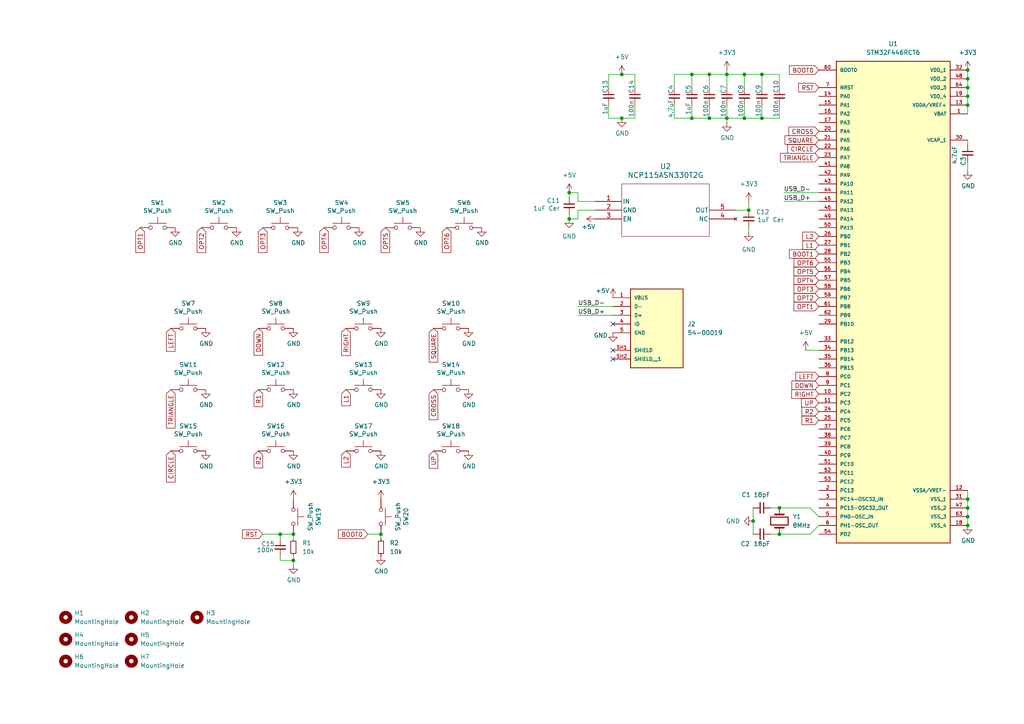
<source format=kicad_sch>
(kicad_sch (version 20231120) (generator "eeschema") (generator_version "8.0")
  (paper "A4")
  (lib_symbols
    (symbol "2024-03-21_18-42-43:NCP115ASN330T2G" (pin_names (offset 0.254))
      (property "Reference" "U" (at 20.32 10.16 0))
      (property "Value" "NCP115ASN330T2G" (at 20.32 7.62 0))
      (symbol "NCP115ASN330T2G_0_1"
        (polyline (pts (xy 7.62 -10.16) (xy 33.02 -10.16)) (stroke (width 0.127)))
        (polyline (pts (xy 7.62 5.08) (xy 7.62 -10.16)) (stroke (width 0.127)))
        (polyline (pts (xy 33.02 -10.16) (xy 33.02 5.08)) (stroke (width 0.127)))
        (polyline (pts (xy 33.02 5.08) (xy 7.62 5.08)) (stroke (width 0.127)))
        (pin input line (at 0 0 0) (length 7.62) (name "IN") (number "1"))
        (pin power_out line (at 0 -2.54 0) (length 7.62) (name "GND") (number "2"))
        (pin unspecified line (at 0 -5.08 0) (length 7.62) (name "EN") (number "3"))
        (pin no_connect line (at 40.64 -5.08 180) (length 7.62) (name "NC") (number "4"))
        (pin output line (at 40.64 -2.54 180) (length 7.62) (name "OUT") (number "5"))
      )
    )
    (symbol "54-00019:54-00019" (pin_names (offset 1.016))
      (property "Reference" "J" (at -7.62 10.922 0))
      (property "Value" "54-00019" (at -7.62 -15.24 0))
      (symbol "54-00019_0_0"
        (rectangle (start -7.62 -12.7) (end 7.62 10.16) (stroke (width 0.254)) (fill (type background)))
        (pin power_in line (at -12.7 7.62 0) (length 5.08) (name "VBUS") (number "1"))
        (pin bidirectional line (at -12.7 5.08 0) (length 5.08) (name "D-") (number "2"))
        (pin bidirectional line (at -12.7 2.54 0) (length 5.08) (name "D+") (number "3"))
        (pin bidirectional line (at -12.7 0 0) (length 5.08) (name "ID") (number "4"))
        (pin power_in line (at -12.7 -2.54 0) (length 5.08) (name "GND") (number "5"))
        (pin passive line (at -12.7 -7.62 0) (length 5.08) (name "SHIELD") (number "SH1"))
        (pin passive line (at -12.7 -10.16 0) (length 5.08) (name "SHIELD__1") (number "SH2"))
      )
    )
    (symbol "Device:C_Small" (pin_numbers hide) (pin_names (offset 0.254) hide)
      (property "Reference" "C" (at 0.254 1.778 0))
      (property "Value" "C_Small" (at 0.254 -2.032 0))
      (symbol "C_Small_0_1"
        (polyline (pts (xy -1.524 -0.508) (xy 1.524 -0.508)) (stroke (width 0.3302)))
        (polyline (pts (xy -1.524 0.508) (xy 1.524 0.508)) (stroke (width 0.3048)))
      )
      (symbol "C_Small_1_1"
        (pin passive line (at 0 2.54 270) (length 2.032) (name "~") (number "1"))
        (pin passive line (at 0 -2.54 90) (length 2.032) (name "~") (number "2"))
      )
    )
    (symbol "Device:Crystal" (pin_numbers hide) (pin_names (offset 1.016) hide)
      (property "Reference" "Y" (at 0 3.81 0))
      (property "Value" "Crystal" (at 0 -3.81 0))
      (symbol "Crystal_0_1"
        (rectangle (start -1.143 2.54) (end 1.143 -2.54) (stroke (width 0.3048)))
        (polyline (pts (xy -2.54 0) (xy -1.905 0)))
        (polyline (pts (xy -1.905 -1.27) (xy -1.905 1.27)) (stroke (width 0.508)))
        (polyline (pts (xy 1.905 -1.27) (xy 1.905 1.27)) (stroke (width 0.508)))
        (polyline (pts (xy 2.54 0) (xy 1.905 0)))
      )
      (symbol "Crystal_1_1"
        (pin passive line (at -3.81 0 0) (length 1.27) (name "1") (number "1"))
        (pin passive line (at 3.81 0 180) (length 1.27) (name "2") (number "2"))
      )
    )
    (symbol "Device:R_Small" (pin_numbers hide) (pin_names (offset 0.254) hide)
      (property "Reference" "R" (at 0.762 0.508 0))
      (property "Value" "R_Small" (at 0.762 -1.016 0))
      (symbol "R_Small_0_1"
        (rectangle (start -0.762 1.778) (end 0.762 -1.778) (stroke (width 0.2032)))
      )
      (symbol "R_Small_1_1"
        (pin passive line (at 0 2.54 270) (length 0.762) (name "~") (number "1"))
        (pin passive line (at 0 -2.54 90) (length 0.762) (name "~") (number "2"))
      )
    )
    (symbol "GND_1" (power) (pin_numbers hide) (pin_names (offset 0) hide)
      (property "Value" "GND" (at 0 -3.81 0))
      (symbol "GND_1_0_1"
        (polyline (pts (xy 0 0) (xy 0 -1.27) (xy 1.27 -1.27) (xy 0 -2.54) (xy -1.27 -1.27) (xy 0 -1.27)))
      )
      (symbol "GND_1_1_1"
        (pin power_in line (at 0 0 270) (length 0) (name "~") (number "1"))
      )
    )
    (symbol "GND_2" (power) (pin_numbers hide) (pin_names (offset 0) hide)
      (property "Value" "GND" (at 0 -3.81 0))
      (symbol "GND_2_0_1"
        (polyline (pts (xy 0 0) (xy 0 -1.27) (xy 1.27 -1.27) (xy 0 -2.54) (xy -1.27 -1.27) (xy 0 -1.27)))
      )
      (symbol "GND_2_1_1"
        (pin power_in line (at 0 0 270) (length 0) (name "~") (number "1"))
      )
    )
    (symbol "Mechanical:MountingHole" (pin_names (offset 1.016))
      (property "Reference" "H" (at 0 5.08 0))
      (property "Value" "MountingHole" (at 0 3.175 0))
      (symbol "MountingHole_0_1"
        (circle (center 0 0) (radius 1.27) (stroke (width 1.27)))
      )
    )
    (symbol "STM32F446RCT6:STM32F446RCT6" (pin_names (offset 1.016))
      (property "Reference" "U" (at -17.7819 66.8092 0))
      (property "Value" "STM32F446RCT6" (at -17.5528 -76.0621 0))
      (symbol "STM32F446RCT6_0_0"
        (rectangle (start -17.78 -73.66) (end 15.24 66.04) (stroke (width 0.254)) (fill (type background)))
        (pin power_in line (at 20.32 50.8 180) (length 5.08) (name "VBAT") (number "1"))
        (pin bidirectional line (at -22.86 -30.48 0) (length 5.08) (name "PC2") (number "10"))
        (pin bidirectional line (at -22.86 -33.02 0) (length 5.08) (name "PC3") (number "11"))
        (pin power_in line (at 20.32 -58.42 180) (length 5.08) (name "VSSA/VREF-") (number "12"))
        (pin power_in line (at 20.32 53.34 180) (length 5.08) (name "VDDA/VREF+") (number "13"))
        (pin bidirectional line (at -22.86 55.88 0) (length 5.08) (name "PA0") (number "14"))
        (pin bidirectional line (at -22.86 53.34 0) (length 5.08) (name "PA1") (number "15"))
        (pin bidirectional line (at -22.86 50.8 0) (length 5.08) (name "PA2") (number "16"))
        (pin bidirectional line (at -22.86 48.26 0) (length 5.08) (name "PA3") (number "17"))
        (pin power_in line (at 20.32 -68.58 180) (length 5.08) (name "VSS_4") (number "18"))
        (pin power_in line (at 20.32 55.88 180) (length 5.08) (name "VDD_4") (number "19"))
        (pin bidirectional line (at -22.86 -58.42 0) (length 5.08) (name "PC13") (number "2"))
        (pin bidirectional line (at -22.86 45.72 0) (length 5.08) (name "PA4") (number "20"))
        (pin bidirectional line (at -22.86 43.18 0) (length 5.08) (name "PA5") (number "21"))
        (pin bidirectional line (at -22.86 40.64 0) (length 5.08) (name "PA6") (number "22"))
        (pin bidirectional line (at -22.86 38.1 0) (length 5.08) (name "PA7") (number "23"))
        (pin bidirectional line (at -22.86 -35.56 0) (length 5.08) (name "PC4") (number "24"))
        (pin bidirectional line (at -22.86 -38.1 0) (length 5.08) (name "PC5") (number "25"))
        (pin bidirectional line (at -22.86 15.24 0) (length 5.08) (name "PB0") (number "26"))
        (pin bidirectional line (at -22.86 12.7 0) (length 5.08) (name "PB1") (number "27"))
        (pin bidirectional line (at -22.86 10.16 0) (length 5.08) (name "PB2") (number "28"))
        (pin bidirectional line (at -22.86 -10.16 0) (length 5.08) (name "PB10") (number "29"))
        (pin bidirectional line (at -22.86 -60.96 0) (length 5.08) (name "PC14-OSC32_IN") (number "3"))
        (pin power_in line (at 20.32 43.18 180) (length 5.08) (name "VCAP_1") (number "30"))
        (pin power_in line (at 20.32 -60.96 180) (length 5.08) (name "VSS_1") (number "31"))
        (pin power_in line (at 20.32 63.5 180) (length 5.08) (name "VDD_1") (number "32"))
        (pin bidirectional line (at -22.86 -15.24 0) (length 5.08) (name "PB12") (number "33"))
        (pin bidirectional line (at -22.86 -17.78 0) (length 5.08) (name "PB13") (number "34"))
        (pin bidirectional line (at -22.86 -20.32 0) (length 5.08) (name "PB14") (number "35"))
        (pin bidirectional line (at -22.86 -22.86 0) (length 5.08) (name "PB15") (number "36"))
        (pin bidirectional line (at -22.86 -40.64 0) (length 5.08) (name "PC6") (number "37"))
        (pin bidirectional line (at -22.86 -43.18 0) (length 5.08) (name "PC7") (number "38"))
        (pin bidirectional line (at -22.86 -45.72 0) (length 5.08) (name "PC8") (number "39"))
        (pin bidirectional line (at -22.86 -63.5 0) (length 5.08) (name "PC15-OSC32_OUT") (number "4"))
        (pin bidirectional line (at -22.86 -48.26 0) (length 5.08) (name "PC9") (number "40"))
        (pin bidirectional line (at -22.86 35.56 0) (length 5.08) (name "PA8") (number "41"))
        (pin bidirectional line (at -22.86 33.02 0) (length 5.08) (name "PA9") (number "42"))
        (pin bidirectional line (at -22.86 30.48 0) (length 5.08) (name "PA10") (number "43"))
        (pin bidirectional line (at -22.86 27.94 0) (length 5.08) (name "PA11") (number "44"))
        (pin bidirectional line (at -22.86 25.4 0) (length 5.08) (name "PA12") (number "45"))
        (pin bidirectional line (at -22.86 22.86 0) (length 5.08) (name "PA13") (number "46"))
        (pin power_in line (at 20.32 -63.5 180) (length 5.08) (name "VSS_2") (number "47"))
        (pin power_in line (at 20.32 60.96 180) (length 5.08) (name "VDD_2") (number "48"))
        (pin bidirectional line (at -22.86 20.32 0) (length 5.08) (name "PA14") (number "49"))
        (pin bidirectional line (at -22.86 -66.04 0) (length 5.08) (name "PH0-OSC_IN") (number "5"))
        (pin bidirectional line (at -22.86 17.78 0) (length 5.08) (name "PA15") (number "50"))
        (pin bidirectional line (at -22.86 -50.8 0) (length 5.08) (name "PC10") (number "51"))
        (pin bidirectional line (at -22.86 -53.34 0) (length 5.08) (name "PC11") (number "52"))
        (pin bidirectional line (at -22.86 -55.88 0) (length 5.08) (name "PC12") (number "53"))
        (pin bidirectional line (at -22.86 -71.12 0) (length 5.08) (name "PD2") (number "54"))
        (pin bidirectional line (at -22.86 7.62 0) (length 5.08) (name "PB3") (number "55"))
        (pin bidirectional line (at -22.86 5.08 0) (length 5.08) (name "PB4") (number "56"))
        (pin bidirectional line (at -22.86 2.54 0) (length 5.08) (name "PB5") (number "57"))
        (pin bidirectional line (at -22.86 0 0) (length 5.08) (name "PB6") (number "58"))
        (pin bidirectional line (at -22.86 -2.54 0) (length 5.08) (name "PB7") (number "59"))
        (pin bidirectional line (at -22.86 -68.58 0) (length 5.08) (name "PH1-OSC_OUT") (number "6"))
        (pin input line (at -22.86 63.5 0) (length 5.08) (name "BOOT0") (number "60"))
        (pin bidirectional line (at -22.86 -5.08 0) (length 5.08) (name "PB8") (number "61"))
        (pin bidirectional line (at -22.86 -7.62 0) (length 5.08) (name "PB9") (number "62"))
        (pin power_in line (at 20.32 -66.04 180) (length 5.08) (name "VSS_3") (number "63"))
        (pin power_in line (at 20.32 58.42 180) (length 5.08) (name "VDD_3") (number "64"))
        (pin bidirectional line (at -22.86 58.42 0) (length 5.08) (name "NRST") (number "7"))
        (pin bidirectional line (at -22.86 -25.4 0) (length 5.08) (name "PC0") (number "8"))
        (pin bidirectional line (at -22.86 -27.94 0) (length 5.08) (name "PC1") (number "9"))
      )
    )
    (symbol "Switch:SW_Push" (pin_numbers hide) (pin_names (offset 1.016) hide)
      (property "Reference" "SW" (at 1.27 2.54 0))
      (property "Value" "SW_Push" (at 0 -1.524 0))
      (symbol "SW_Push_0_1"
        (circle (center -2.032 0) (radius 0.508))
        (polyline (pts (xy 0 1.27) (xy 0 3.048)))
        (polyline (pts (xy 2.54 1.27) (xy -2.54 1.27)))
        (circle (center 2.032 0) (radius 0.508))
        (pin passive line (at -5.08 0 0) (length 2.54) (name "1") (number "1"))
        (pin passive line (at 5.08 0 180) (length 2.54) (name "2") (number "2"))
      )
    )
    (symbol "power:+3V3" (power) (pin_numbers hide) (pin_names (offset 0) hide)
      (property "Value" "+3V3" (at 0 3.556 0))
      (symbol "+3V3_0_1"
        (polyline (pts (xy -0.762 1.27) (xy 0 2.54)))
        (polyline (pts (xy 0 0) (xy 0 2.54)))
        (polyline (pts (xy 0 2.54) (xy 0.762 1.27)))
      )
      (symbol "+3V3_1_1"
        (pin power_in line (at 0 0 90) (length 0) (name "~") (number "1"))
      )
    )
    (symbol "power:+5V" (power) (pin_numbers hide) (pin_names (offset 0) hide)
      (property "Value" "+5V" (at 0 3.556 0))
      (symbol "+5V_0_1"
        (polyline (pts (xy -0.762 1.27) (xy 0 2.54)))
        (polyline (pts (xy 0 0) (xy 0 2.54)))
        (polyline (pts (xy 0 2.54) (xy 0.762 1.27)))
      )
      (symbol "+5V_1_1"
        (pin power_in line (at 0 0 90) (length 0) (name "~") (number "1"))
      )
    )
    (symbol "power:GND" (power) (pin_names (offset 0))
      (property "Value" "GND" (at 0 -3.81 0))
      (symbol "GND_0_1"
        (polyline (pts (xy 0 0) (xy 0 -1.27) (xy 1.27 -1.27) (xy 0 -2.54) (xy -1.27 -1.27) (xy 0 -1.27)))
      )
      (symbol "GND_1_1"
        (pin power_in line (at 0 0 270) (length 0) hide (name "GND") (number "1"))
      )
    )
  )
  (junction (at 220.98 34.29))
  (junction (at 280.67 144.78))
  (junction (at 280.67 22.86))
  (junction (at 205.74 21.59))
  (junction (at 180.34 34.29))
  (junction (at 280.67 25.4))
  (junction (at 200.66 34.29))
  (junction (at 210.82 34.29))
  (junction (at 165.1 55.88))
  (junction (at 280.67 30.48))
  (junction (at 220.98 21.59))
  (junction (at 280.67 20.32))
  (junction (at 85.09 162.56))
  (junction (at 280.67 27.94))
  (junction (at 280.67 147.32))
  (junction (at 200.66 21.59))
  (junction (at 85.09 154.94))
  (junction (at 217.17 60.96))
  (junction (at 110.49 154.94))
  (junction (at 226.06 154.94))
  (junction (at 180.34 21.59))
  (junction (at 205.74 34.29))
  (junction (at 210.82 21.59))
  (junction (at 81.28 154.94))
  (junction (at 165.1 63.5))
  (junction (at 280.67 152.4))
  (junction (at 215.9 34.29))
  (junction (at 280.67 149.86))
  (junction (at 226.06 147.32))
  (junction (at 215.9 21.59))
  (junction (at 218.44 151.13))
  (no_connect (at 177.8 101.6))
  (no_connect (at 177.8 104.14))
  (no_connect (at 177.8 93.98))
  (wire (pts (xy 210.82 21.59) (xy 210.82 25.4)))
  (wire (pts (xy 176.53 21.59) (xy 176.53 25.4)))
  (wire (pts (xy 210.82 30.48) (xy 210.82 34.29)))
  (wire (pts (xy 195.58 30.48) (xy 195.58 34.29)))
  (wire (pts (xy 167.64 91.44) (xy 177.8 91.44)))
  (wire (pts (xy 220.98 21.59) (xy 220.98 25.4)))
  (wire (pts (xy 215.9 21.59) (xy 220.98 21.59)))
  (wire (pts (xy 280.67 41.91) (xy 280.67 40.64)))
  (wire (pts (xy 167.64 63.5) (xy 167.64 60.96)))
  (wire (pts (xy 226.06 21.59) (xy 226.06 25.4)))
  (wire (pts (xy 110.49 156.21) (xy 110.49 154.94)))
  (wire (pts (xy 200.66 34.29) (xy 205.74 34.29)))
  (wire (pts (xy 227.33 58.42) (xy 237.49 58.42)))
  (wire (pts (xy 233.68 101.6) (xy 237.49 101.6)))
  (wire (pts (xy 180.34 21.59) (xy 176.53 21.59)))
  (wire (pts (xy 165.1 63.5) (xy 167.64 63.5)))
  (wire (pts (xy 280.67 25.4) (xy 280.67 27.94)))
  (wire (pts (xy 167.64 58.42) (xy 172.72 58.42)))
  (wire (pts (xy 223.52 154.94) (xy 226.06 154.94)))
  (wire (pts (xy 195.58 21.59) (xy 200.66 21.59)))
  (wire (pts (xy 227.33 55.88) (xy 237.49 55.88)))
  (wire (pts (xy 226.06 30.48) (xy 226.06 34.29)))
  (wire (pts (xy 280.67 147.32) (xy 280.67 149.86)))
  (wire (pts (xy 200.66 21.59) (xy 200.66 25.4)))
  (wire (pts (xy 85.09 156.21) (xy 85.09 154.94)))
  (wire (pts (xy 280.67 30.48) (xy 280.67 33.02)))
  (wire (pts (xy 205.74 21.59) (xy 205.74 25.4)))
  (wire (pts (xy 280.67 22.86) (xy 280.67 25.4)))
  (wire (pts (xy 205.74 21.59) (xy 210.82 21.59)))
  (wire (pts (xy 280.67 144.78) (xy 280.67 147.32)))
  (wire (pts (xy 210.82 35.56) (xy 210.82 34.29)))
  (wire (pts (xy 85.09 162.56) (xy 85.09 161.29)))
  (wire (pts (xy 184.15 21.59) (xy 180.34 21.59)))
  (wire (pts (xy 234.95 147.32) (xy 237.49 149.86)))
  (wire (pts (xy 165.1 62.23) (xy 165.1 63.5)))
  (wire (pts (xy 205.74 34.29) (xy 210.82 34.29)))
  (wire (pts (xy 195.58 34.29) (xy 200.66 34.29)))
  (wire (pts (xy 215.9 34.29) (xy 220.98 34.29)))
  (wire (pts (xy 210.82 34.29) (xy 215.9 34.29)))
  (wire (pts (xy 195.58 21.59) (xy 195.58 25.4)))
  (wire (pts (xy 184.15 25.4) (xy 184.15 21.59)))
  (wire (pts (xy 167.64 88.9) (xy 177.8 88.9)))
  (wire (pts (xy 81.28 162.56) (xy 85.09 162.56)))
  (wire (pts (xy 220.98 30.48) (xy 220.98 34.29)))
  (wire (pts (xy 218.44 147.32) (xy 218.44 151.13)))
  (wire (pts (xy 280.67 46.99) (xy 280.67 49.53)))
  (wire (pts (xy 280.67 149.86) (xy 280.67 152.4)))
  (wire (pts (xy 220.98 21.59) (xy 226.06 21.59)))
  (wire (pts (xy 205.74 30.48) (xy 205.74 34.29)))
  (wire (pts (xy 223.52 147.32) (xy 226.06 147.32)))
  (wire (pts (xy 165.1 63.5) (xy 165.1 64.77)))
  (wire (pts (xy 280.67 27.94) (xy 280.67 30.48)))
  (wire (pts (xy 280.67 20.32) (xy 280.67 22.86)))
  (wire (pts (xy 215.9 30.48) (xy 215.9 34.29)))
  (wire (pts (xy 85.09 163.83) (xy 85.09 162.56)))
  (wire (pts (xy 76.2 154.94) (xy 81.28 154.94)))
  (wire (pts (xy 217.17 60.96) (xy 217.17 58.42)))
  (wire (pts (xy 167.64 58.42) (xy 167.64 55.88)))
  (wire (pts (xy 200.66 30.48) (xy 200.66 34.29)))
  (wire (pts (xy 218.44 151.13) (xy 218.44 154.94)))
  (wire (pts (xy 215.9 21.59) (xy 215.9 25.4)))
  (wire (pts (xy 226.06 154.94) (xy 234.95 154.94)))
  (wire (pts (xy 176.53 30.48) (xy 176.53 34.29)))
  (wire (pts (xy 217.17 66.04) (xy 217.17 67.31)))
  (wire (pts (xy 165.1 55.88) (xy 165.1 57.15)))
  (wire (pts (xy 280.67 142.24) (xy 280.67 144.78)))
  (wire (pts (xy 81.28 154.94) (xy 85.09 154.94)))
  (wire (pts (xy 210.82 21.59) (xy 215.9 21.59)))
  (wire (pts (xy 81.28 154.94) (xy 81.28 156.21)))
  (wire (pts (xy 167.64 60.96) (xy 172.72 60.96)))
  (wire (pts (xy 106.68 154.94) (xy 110.49 154.94)))
  (wire (pts (xy 200.66 21.59) (xy 205.74 21.59)))
  (wire (pts (xy 81.28 162.56) (xy 81.28 161.29)))
  (wire (pts (xy 220.98 34.29) (xy 226.06 34.29)))
  (wire (pts (xy 210.82 20.32) (xy 210.82 21.59)))
  (wire (pts (xy 234.95 154.94) (xy 237.49 152.4)))
  (wire (pts (xy 217.17 60.96) (xy 213.36 60.96)))
  (wire (pts (xy 176.53 34.29) (xy 180.34 34.29)))
  (wire (pts (xy 167.64 55.88) (xy 165.1 55.88)))
  (wire (pts (xy 184.15 34.29) (xy 180.34 34.29)))
  (wire (pts (xy 226.06 147.32) (xy 234.95 147.32)))
  (wire (pts (xy 184.15 30.48) (xy 184.15 34.29)))
  (label "USB_D-" (at 227.33 55.88 0))
  (label "USB_D+" (at 167.64 91.44 0))
  (label "USB_D-" (at 167.64 88.9 0))
  (label "USB_D+" (at 227.33 58.42 0))
  (global_label "TRIANGLE" (shape input) (at 49.53 113.03 270) (property "Intersheetrefs" "${INTERSHEET_REFS}" (effects (hide yes))))
  (global_label "CROSS" (shape input) (at 125.73 113.03 270) (property "Intersheetrefs" "${INTERSHEET_REFS}" (effects (hide yes))))
  (global_label "R2" (shape input) (at 74.93 130.81 270) (property "Intersheetrefs" "${INTERSHEET_REFS}" (effects (hide yes))))
  (global_label "TRIANGLE" (shape input) (at 237.49 45.72 180) (property "Intersheetrefs" "${INTERSHEET_REFS}" (effects (hide yes))))
  (global_label "RST" (shape input) (at 76.2 154.94 180) (property "Intersheetrefs" "${INTERSHEET_REFS}" (effects (hide yes))))
  (global_label "OPT1" (shape input) (at 237.49 88.9 180) (property "Intersheetrefs" "${INTERSHEET_REFS}" (effects (hide yes))))
  (global_label "L2" (shape input) (at 100.33 130.81 270) (property "Intersheetrefs" "${INTERSHEET_REFS}" (effects (hide yes))))
  (global_label "R1" (shape input) (at 74.93 113.03 270) (property "Intersheetrefs" "${INTERSHEET_REFS}" (effects (hide yes))))
  (global_label "RST" (shape input) (at 237.49 25.4 180) (property "Intersheetrefs" "${INTERSHEET_REFS}" (effects (hide yes))))
  (global_label "RIGHT" (shape input) (at 100.33 95.25 270) (property "Intersheetrefs" "${INTERSHEET_REFS}" (effects (hide yes))))
  (global_label "BOOT0" (shape input) (at 106.68 154.94 180) (property "Intersheetrefs" "${INTERSHEET_REFS}" (effects (hide yes))))
  (global_label "SQUARE" (shape input) (at 125.73 95.25 270) (property "Intersheetrefs" "${INTERSHEET_REFS}" (effects (hide yes))))
  (global_label "OPT6" (shape input) (at 129.54 66.04 270) (property "Intersheetrefs" "${INTERSHEET_REFS}" (effects (hide yes))))
  (global_label "SQUARE" (shape input) (at 237.49 40.64 180) (property "Intersheetrefs" "${INTERSHEET_REFS}" (effects (hide yes))))
  (global_label "OPT2" (shape input) (at 58.42 66.04 270) (property "Intersheetrefs" "${INTERSHEET_REFS}" (effects (hide yes))))
  (global_label "UP" (shape input) (at 125.73 130.81 270) (property "Intersheetrefs" "${INTERSHEET_REFS}" (effects (hide yes))))
  (global_label "RIGHT" (shape input) (at 237.49 114.3 180) (property "Intersheetrefs" "${INTERSHEET_REFS}" (effects (hide yes))))
  (global_label "R1" (shape input) (at 237.49 121.92 180) (property "Intersheetrefs" "${INTERSHEET_REFS}" (effects (hide yes))))
  (global_label "OPT3" (shape input) (at 237.49 83.82 180) (property "Intersheetrefs" "${INTERSHEET_REFS}" (effects (hide yes))))
  (global_label "CIRCLE" (shape input) (at 237.49 43.18 180) (property "Intersheetrefs" "${INTERSHEET_REFS}" (effects (hide yes))))
  (global_label "L2" (shape input) (at 237.49 68.58 180) (property "Intersheetrefs" "${INTERSHEET_REFS}" (effects (hide yes))))
  (global_label "CROSS" (shape input) (at 237.49 38.1 180) (property "Intersheetrefs" "${INTERSHEET_REFS}" (effects (hide yes))))
  (global_label "OPT4" (shape input) (at 237.49 81.28 180) (property "Intersheetrefs" "${INTERSHEET_REFS}" (effects (hide yes))))
  (global_label "DOWN" (shape input) (at 74.93 95.25 270) (property "Intersheetrefs" "${INTERSHEET_REFS}" (effects (hide yes))))
  (global_label "LEFT" (shape input) (at 237.49 109.22 180) (property "Intersheetrefs" "${INTERSHEET_REFS}" (effects (hide yes))))
  (global_label "OPT6" (shape input) (at 237.49 76.2 180) (property "Intersheetrefs" "${INTERSHEET_REFS}" (effects (hide yes))))
  (global_label "DOWN" (shape input) (at 237.49 111.76 180) (property "Intersheetrefs" "${INTERSHEET_REFS}" (effects (hide yes))))
  (global_label "R2" (shape input) (at 237.49 119.38 180) (property "Intersheetrefs" "${INTERSHEET_REFS}" (effects (hide yes))))
  (global_label "LEFT" (shape input) (at 49.53 95.25 270) (property "Intersheetrefs" "${INTERSHEET_REFS}" (effects (hide yes))))
  (global_label "UP" (shape input) (at 237.49 116.84 180) (property "Intersheetrefs" "${INTERSHEET_REFS}" (effects (hide yes))))
  (global_label "OPT4" (shape input) (at 93.98 66.04 270) (property "Intersheetrefs" "${INTERSHEET_REFS}" (effects (hide yes))))
  (global_label "OPT5" (shape input) (at 111.76 66.04 270) (property "Intersheetrefs" "${INTERSHEET_REFS}" (effects (hide yes))))
  (global_label "L1" (shape input) (at 100.33 113.03 270) (property "Intersheetrefs" "${INTERSHEET_REFS}" (effects (hide yes))))
  (global_label "CIRCLE" (shape input) (at 49.53 130.81 270) (property "Intersheetrefs" "${INTERSHEET_REFS}" (effects (hide yes))))
  (global_label "OPT1" (shape input) (at 40.64 66.04 270) (property "Intersheetrefs" "${INTERSHEET_REFS}" (effects (hide yes))))
  (global_label "BOOT1" (shape input) (at 237.49 73.66 180) (property "Intersheetrefs" "${INTERSHEET_REFS}" (effects (hide yes))))
  (global_label "OPT2" (shape input) (at 237.49 86.36 180) (property "Intersheetrefs" "${INTERSHEET_REFS}" (effects (hide yes))))
  (global_label "OPT3" (shape input) (at 76.2 66.04 270) (property "Intersheetrefs" "${INTERSHEET_REFS}" (effects (hide yes))))
  (global_label "OPT5" (shape input) (at 237.49 78.74 180) (property "Intersheetrefs" "${INTERSHEET_REFS}" (effects (hide yes))))
  (global_label "BOOT0" (shape input) (at 237.49 20.32 180) (property "Intersheetrefs" "${INTERSHEET_REFS}" (effects (hide yes))))
  (global_label "L1" (shape input) (at 237.49 71.12 180) (property "Intersheetrefs" "${INTERSHEET_REFS}" (effects (hide yes))))
  (symbol (lib_id "Switch:SW_Push") (at 45.72 66.04 0) (unit 1)
    (property "Reference" "SW1" (at 45.72 58.801 0))
    (property "Value" "SW_Push" (at 45.72 61.1124 0))
    (property "Footprint" "Button_Switch_THT:SW_PUSH_6mm_H5mm" (effects (hide yes)))
  )
  (symbol (lib_id "Switch:SW_Push") (at 63.5 66.04 0) (unit 1)
    (property "Reference" "SW2" (at 63.5 58.801 0))
    (property "Value" "SW_Push" (at 63.5 61.1124 0))
    (property "Footprint" "Button_Switch_THT:SW_PUSH_6mm_H5mm" (effects (hide yes)))
  )
  (symbol (lib_id "Switch:SW_Push") (at 81.28 66.04 0) (unit 1)
    (property "Reference" "SW3" (at 81.28 58.801 0))
    (property "Value" "SW_Push" (at 81.28 61.1124 0))
    (property "Footprint" "Button_Switch_THT:SW_PUSH_6mm_H5mm" (effects (hide yes)))
  )
  (symbol (lib_id "Switch:SW_Push") (at 99.06 66.04 0) (unit 1)
    (property "Reference" "SW4" (at 99.06 58.801 0))
    (property "Value" "SW_Push" (at 99.06 61.1124 0))
    (property "Footprint" "Button_Switch_THT:SW_PUSH_6mm_H5mm" (effects (hide yes)))
  )
  (symbol (lib_id "Switch:SW_Push") (at 116.84 66.04 0) (unit 1)
    (property "Reference" "SW5" (at 116.84 58.801 0))
    (property "Value" "SW_Push" (at 116.84 61.1124 0))
    (property "Footprint" "Button_Switch_THT:SW_PUSH_6mm_H5mm" (effects (hide yes)))
  )
  (symbol (lib_id "Switch:SW_Push") (at 134.62 66.04 0) (unit 1)
    (property "Reference" "SW6" (at 134.62 58.801 0))
    (property "Value" "SW_Push" (at 134.62 61.1124 0))
    (property "Footprint" "Button_Switch_THT:SW_PUSH_6mm_H5mm" (effects (hide yes)))
  )
  (symbol (lib_id "power:GND") (at 50.8 66.04 0) (unit 1)
    (property "Reference" "#PWR02" (effects (hide yes)))
    (property "Value" "GND" (at 50.927 70.4342 0))
  )
  (symbol (lib_id "power:GND") (at 68.58 66.04 0) (unit 1)
    (property "Reference" "#PWR03" (effects (hide yes)))
    (property "Value" "GND" (at 68.707 70.4342 0))
  )
  (symbol (lib_id "power:GND") (at 86.36 66.04 0) (unit 1)
    (property "Reference" "#PWR04" (effects (hide yes)))
    (property "Value" "GND" (at 86.487 70.4342 0))
  )
  (symbol (lib_id "power:GND") (at 104.14 66.04 0) (unit 1)
    (property "Reference" "#PWR05" (effects (hide yes)))
    (property "Value" "GND" (at 104.267 70.4342 0))
  )
  (symbol (lib_id "power:GND") (at 121.92 66.04 0) (unit 1)
    (property "Reference" "#PWR06" (effects (hide yes)))
    (property "Value" "GND" (at 122.047 70.4342 0))
  )
  (symbol (lib_id "power:GND") (at 139.7 66.04 0) (unit 1)
    (property "Reference" "#PWR07" (effects (hide yes)))
    (property "Value" "GND" (at 139.827 70.4342 0))
  )
  (symbol (lib_id "Switch:SW_Push") (at 54.61 95.25 0) (unit 1)
    (property "Reference" "SW7" (at 54.61 88.011 0))
    (property "Value" "SW_Push" (at 54.61 90.3224 0))
    (property "Footprint" "Kailh:Kailh_socket_PG1350_optional" (effects (hide yes)))
  )
  (symbol (lib_id "Switch:SW_Push") (at 130.81 130.81 0) (unit 1)
    (property "Reference" "SW18" (at 130.81 123.571 0))
    (property "Value" "SW_Push" (at 130.81 125.8824 0))
    (property "Footprint" "Kailh:Kailh_socket_PG1350_optional" (effects (hide yes)))
  )
  (symbol (lib_id "Switch:SW_Push") (at 80.01 113.03 0) (unit 1)
    (property "Reference" "SW12" (at 80.01 105.791 0))
    (property "Value" "SW_Push" (at 80.01 108.1024 0))
    (property "Footprint" "Kailh:Kailh_socket_PG1350_optional" (effects (hide yes)))
  )
  (symbol (lib_id "Switch:SW_Push") (at 54.61 130.81 0) (unit 1)
    (property "Reference" "SW15" (at 54.61 123.571 0))
    (property "Value" "SW_Push" (at 54.61 125.8824 0))
    (property "Footprint" "Kailh:Kailh_socket_PG1350_optional" (effects (hide yes)))
  )
  (symbol (lib_id "Switch:SW_Push") (at 80.01 95.25 0) (unit 1)
    (property "Reference" "SW8" (at 80.01 88.011 0))
    (property "Value" "SW_Push" (at 80.01 90.3224 0))
    (property "Footprint" "Kailh:Kailh_socket_PG1350_optional" (effects (hide yes)))
  )
  (symbol (lib_id "Switch:SW_Push") (at 130.81 95.25 0) (unit 1)
    (property "Reference" "SW10" (at 130.81 88.011 0))
    (property "Value" "SW_Push" (at 130.81 90.3224 0))
    (property "Footprint" "Kailh:Kailh_socket_PG1350_optional" (effects (hide yes)))
  )
  (symbol (lib_id "Switch:SW_Push") (at 105.41 113.03 0) (unit 1)
    (property "Reference" "SW13" (at 105.41 105.791 0))
    (property "Value" "SW_Push" (at 105.41 108.1024 0))
    (property "Footprint" "Kailh:Kailh_socket_PG1350_optional" (effects (hide yes)))
  )
  (symbol (lib_id "Switch:SW_Push") (at 80.01 130.81 0) (unit 1)
    (property "Reference" "SW16" (at 80.01 123.571 0))
    (property "Value" "SW_Push" (at 80.01 125.8824 0))
    (property "Footprint" "Kailh:Kailh_socket_PG1350_optional" (effects (hide yes)))
  )
  (symbol (lib_id "Switch:SW_Push") (at 105.41 95.25 0) (unit 1)
    (property "Reference" "SW9" (at 105.41 88.011 0))
    (property "Value" "SW_Push" (at 105.41 90.3224 0))
    (property "Footprint" "Kailh:Kailh_socket_PG1350_optional" (effects (hide yes)))
  )
  (symbol (lib_id "Switch:SW_Push") (at 54.61 113.03 0) (unit 1)
    (property "Reference" "SW11" (at 54.61 105.791 0))
    (property "Value" "SW_Push" (at 54.61 108.1024 0))
    (property "Footprint" "Kailh:Kailh_socket_PG1350_optional" (effects (hide yes)))
  )
  (symbol (lib_id "Switch:SW_Push") (at 130.81 113.03 0) (unit 1)
    (property "Reference" "SW14" (at 130.81 105.791 0))
    (property "Value" "SW_Push" (at 130.81 108.1024 0))
    (property "Footprint" "Kailh:Kailh_socket_PG1350_optional" (effects (hide yes)))
  )
  (symbol (lib_id "Switch:SW_Push") (at 105.41 130.81 0) (unit 1)
    (property "Reference" "SW17" (at 105.41 123.571 0))
    (property "Value" "SW_Push" (at 105.41 125.8824 0))
    (property "Footprint" "Kailh:Kailh_socket_PG1350_optional" (effects (hide yes)))
  )
  (symbol (lib_id "power:GND") (at 59.69 95.25 0) (unit 1)
    (property "Reference" "#PWR08" (effects (hide yes)))
    (property "Value" "GND" (at 59.817 99.6442 0))
  )
  (symbol (lib_id "power:GND") (at 135.89 130.81 0) (unit 1)
    (property "Reference" "#PWR019" (effects (hide yes)))
    (property "Value" "GND" (at 136.017 135.2042 0))
  )
  (symbol (lib_id "power:GND") (at 85.09 113.03 0) (unit 1)
    (property "Reference" "#PWR013" (effects (hide yes)))
    (property "Value" "GND" (at 85.217 117.4242 0))
  )
  (symbol (lib_id "power:GND") (at 59.69 130.81 0) (unit 1)
    (property "Reference" "#PWR016" (effects (hide yes)))
    (property "Value" "GND" (at 59.817 135.2042 0))
  )
  (symbol (lib_id "power:GND") (at 85.09 95.25 0) (unit 1)
    (property "Reference" "#PWR09" (effects (hide yes)))
    (property "Value" "GND" (at 85.217 99.6442 0))
  )
  (symbol (lib_id "power:GND") (at 135.89 95.25 0) (unit 1)
    (property "Reference" "#PWR011" (effects (hide yes)))
    (property "Value" "GND" (at 136.017 99.6442 0))
  )
  (symbol (lib_id "power:GND") (at 110.49 113.03 0) (unit 1)
    (property "Reference" "#PWR014" (effects (hide yes)))
    (property "Value" "GND" (at 110.617 117.4242 0))
  )
  (symbol (lib_id "power:GND") (at 85.09 130.81 0) (unit 1)
    (property "Reference" "#PWR017" (effects (hide yes)))
    (property "Value" "GND" (at 85.217 135.2042 0))
  )
  (symbol (lib_id "power:GND") (at 110.49 130.81 0) (unit 1)
    (property "Reference" "#PWR018" (effects (hide yes)))
    (property "Value" "GND" (at 110.617 135.2042 0))
  )
  (symbol (lib_id "power:GND") (at 135.89 113.03 0) (unit 1)
    (property "Reference" "#PWR015" (effects (hide yes)))
    (property "Value" "GND" (at 136.017 117.4242 0))
  )
  (symbol (lib_id "power:GND") (at 59.69 113.03 0) (unit 1)
    (property "Reference" "#PWR012" (effects (hide yes)))
    (property "Value" "GND" (at 59.817 117.4242 0))
  )
  (symbol (lib_id "power:GND") (at 110.49 95.25 0) (unit 1)
    (property "Reference" "#PWR010" (effects (hide yes)))
    (property "Value" "GND" (at 110.617 99.6442 0))
  )
  (symbol (lib_id "power:GND") (at 280.67 152.4 0) (unit 1)
    (property "Reference" "#PWR020" (effects (hide yes)))
    (property "Value" "GND" (at 280.797 156.7942 0))
  )
  (symbol (lib_id "Device:C_Small") (at 176.53 27.94 0) (unit 1)
    (property "Reference" "C13" (at 175.514 25.146 90))
    (property "Value" "1uF" (at 175.514 31.496 90))
    (property "Footprint" "Capacitor_SMD:C_0805_2012Metric" (effects (hide yes)))
    (property "Description" "Unpolarized capacitor, small symbol" (effects (hide yes)))
  )
  (symbol (lib_id "power:+5V") (at 165.1 55.88 0) (unit 1)
    (property "Reference" "#PWR028" (effects (hide yes)))
    (property "Value" "+5V" (at 165.1 50.8 0))
    (property "Description" "Power symbol creates a global label with name \"+5V\"" (effects (hide yes)))
  )
  (symbol (lib_id "Device:C_Small") (at 215.9 27.94 0) (unit 1)
    (property "Reference" "C8" (at 214.884 25.908 90))
    (property "Value" "100n" (at 214.884 31.496 90))
    (property "Footprint" "Capacitor_SMD:C_0805_2012Metric" (effects (hide yes)))
    (property "Description" "Unpolarized capacitor, small symbol" (effects (hide yes)))
  )
  (symbol (lib_id "Device:R_Small") (at 110.49 158.75 0) (unit 1)
    (property "Reference" "R2" (at 113.03 157.4799 0) (effects (justify left)))
    (property "Value" "10k" (at 113.03 160.0199 0) (effects (justify left)))
    (property "Description" "Resistor, small symbol" (effects (hide yes)))
  )
  (symbol (lib_id "power:+3V3") (at 210.82 20.32 0) (unit 1)
    (property "Reference" "#PWR024" (effects (hide yes)))
    (property "Value" "+3V3" (at 210.82 15.24 0))
    (property "Description" "Power symbol creates a global label with name \"+3V3\"" (effects (hide yes)))
  )
  (symbol (lib_id "Device:Crystal") (at 226.06 151.13 90) (unit 1)
    (property "Reference" "Y1" (at 229.87 149.8599 90) (effects (justify right)))
    (property "Value" "8MHz" (at 229.87 152.3999 90) (effects (justify right)))
    (property "Footprint" "PE2:ECS80185PXGMTR" (effects (hide yes)))
    (property "Description" "Two pin crystal" (effects (hide yes)))
  )
  (symbol (lib_id "power:GND") (at 110.49 161.29 0) (unit 1)
    (property "Reference" "#PWR038" (effects (hide yes)))
    (property "Value" "GND" (at 110.617 165.6842 0))
  )
  (symbol (lib_id "Device:C_Small") (at 165.1 59.69 0) (unit 1)
    (property "Reference" "C11" (at 160.528 58.166 0))
    (property "Value" "1uF Cer" (at 158.496 60.452 0))
    (property "Footprint" "Capacitor_SMD:C_0805_2012Metric" (effects (hide yes)))
    (property "Description" "Unpolarized capacitor, small symbol" (effects (hide yes)))
  )
  (symbol (lib_id "power:+3V3") (at 110.49 144.78 0) (unit 1)
    (property "Reference" "#PWR037" (effects (hide yes)))
    (property "Value" "+3V3" (at 110.49 139.7 0))
    (property "Description" "Power symbol creates a global label with name \"+3V3\"" (effects (hide yes)))
  )
  (symbol (lib_id "power:GND") (at 280.67 49.53 0) (unit 1)
    (property "Reference" "#PWR023" (effects (hide yes)))
    (property "Value" "GND" (at 280.797 53.9242 0))
  )
  (symbol (lib_id "Mechanical:MountingHole") (at 19.05 191.77 0) (unit 1)
    (property "Reference" "H6" (at 21.59 190.4999 0) (effects (justify left)))
    (property "Value" "MountingHole" (at 21.59 193.0399 0) (effects (justify left)))
    (property "Footprint" "MountingHole:MountingHole_6.4mm_M6" (effects (hide yes)))
  )
  (symbol (lib_id "Device:C_Small") (at 205.74 27.94 0) (unit 1)
    (property "Reference" "C6" (at 204.724 25.908 90))
    (property "Value" "100n" (at 204.724 31.496 90))
    (property "Footprint" "Capacitor_SMD:C_0805_2012Metric" (effects (hide yes)))
    (property "Description" "Unpolarized capacitor, small symbol" (effects (hide yes)))
  )
  (symbol (lib_id "Switch:SW_Push") (at 110.49 149.86 270) (unit 1)
    (property "Reference" "SW20" (at 117.729 149.86 0))
    (property "Value" "SW_Push" (at 115.4176 149.86 0))
    (property "Footprint" "Kailh:Kailh_socket_PG1350_optional" (effects (hide yes)))
  )
  (symbol (lib_id "Device:C_Small") (at 217.17 63.5 0) (unit 1)
    (property "Reference" "C12" (at 221.234 61.468 0))
    (property "Value" "1uF Cer" (at 223.52 63.754 0))
    (property "Footprint" "Capacitor_SMD:C_0805_2012Metric" (effects (hide yes)))
    (property "Description" "Unpolarized capacitor, small symbol" (effects (hide yes)))
  )
  (symbol (lib_id "Device:C_Small") (at 226.06 27.94 0) (unit 1)
    (property "Reference" "C10" (at 225.044 25.146 90))
    (property "Value" "100n" (at 225.044 31.496 90))
    (property "Footprint" "Capacitor_SMD:C_0805_2012Metric" (effects (hide yes)))
    (property "Description" "Unpolarized capacitor, small symbol" (effects (hide yes)))
  )
  (symbol (lib_id "Mechanical:MountingHole") (at 19.05 179.07 0) (unit 1)
    (property "Reference" "H1" (at 21.59 177.7999 0) (effects (justify left)))
    (property "Value" "MountingHole" (at 21.59 180.3399 0) (effects (justify left)))
    (property "Footprint" "MountingHole:MountingHole_6.4mm_M6" (effects (hide yes)))
  )
  (symbol (lib_name "GND_2") (lib_id "power:GND") (at 217.17 67.31 0) (unit 1)
    (property "Reference" "#PWR030" (effects (hide yes)))
    (property "Value" "GND" (at 217.17 72.39 0))
    (property "Description" "Power symbol creates a global label with name \"GND\" , ground" (effects (hide yes)))
  )
  (symbol (lib_id "power:+5V") (at 180.34 21.59 0) (unit 1)
    (property "Reference" "#PWR034" (effects (hide yes)))
    (property "Value" "+5V" (at 180.34 16.51 0))
    (property "Description" "Power symbol creates a global label with name \"+5V\"" (effects (hide yes)))
  )
  (symbol (lib_id "Device:C_Small") (at 200.66 27.94 0) (unit 1)
    (property "Reference" "C5" (at 199.644 25.908 90))
    (property "Value" "1uF" (at 199.644 31.496 90))
    (property "Footprint" "Capacitor_SMD:C_0805_2012Metric" (effects (hide yes)))
    (property "Description" "Unpolarized capacitor, small symbol" (effects (hide yes)))
  )
  (symbol (lib_id "Mechanical:MountingHole") (at 57.15 179.07 0) (unit 1)
    (property "Reference" "H3" (at 59.69 177.7999 0) (effects (justify left)))
    (property "Value" "MountingHole" (at 59.69 180.3399 0) (effects (justify left)))
    (property "Footprint" "MountingHole:MountingHole_6.4mm_M6" (effects (hide yes)))
  )
  (symbol (lib_id "2024-03-21_18-42-43:NCP115ASN330T2G") (at 172.72 58.42 0) (unit 1)
    (property "Reference" "U2" (at 193.04 48.26 0) (effects (font (size 1.524 1.524))))
    (property "Value" "NCP115ASN330T2G" (at 193.04 50.8 0) (effects (font (size 1.524 1.524))))
    (property "Footprint" "PE2:SOT95P275X110-5N" (effects (hide yes)))
    (property "Datasheet" "NCP115ASN330T2G" (effects (hide yes)))
  )
  (symbol (lib_id "STM32F446RCT6:STM32F446RCT6") (at 260.35 83.82 0) (unit 1)
    (property "Reference" "U1" (at 259.08 12.7 0))
    (property "Value" "STM32F446RCT6" (at 259.08 15.24 0))
    (property "Footprint" "PE2:STM32F446RCT6" (effects (hide yes)))
    (property "MANUFACTURER" "ST Microelectronics" (effects (hide yes)))
  )
  (symbol (lib_id "Device:C_Small") (at 210.82 27.94 0) (unit 1)
    (property "Reference" "C7" (at 209.804 25.908 90))
    (property "Value" "100n" (at 209.804 31.496 90))
    (property "Footprint" "Capacitor_SMD:C_0805_2012Metric" (effects (hide yes)))
    (property "Description" "Unpolarized capacitor, small symbol" (effects (hide yes)))
  )
  (symbol (lib_name "GND_1") (lib_id "power:GND") (at 218.44 151.13 270) (unit 1)
    (property "Reference" "#PWR022" (effects (hide yes)))
    (property "Value" "GND" (at 214.63 151.1299 90) (effects (justify right)))
    (property "Description" "Power symbol creates a global label with name \"GND\" , ground" (effects (hide yes)))
  )
  (symbol (lib_name "GND_2") (lib_id "power:GND") (at 165.1 63.5 0) (unit 1)
    (property "Reference" "#PWR026" (effects (hide yes)))
    (property "Value" "GND" (at 165.1 68.58 0))
    (property "Description" "Power symbol creates a global label with name \"GND\" , ground" (effects (hide yes)))
  )
  (symbol (lib_id "power:GND") (at 210.82 35.56 0) (unit 1)
    (property "Reference" "#PWR025" (effects (hide yes)))
    (property "Value" "GND" (at 210.947 39.9542 0))
  )
  (symbol (lib_name "GND_2") (lib_id "power:GND") (at 177.8 96.52 0) (unit 1)
    (property "Reference" "#PWR032" (effects (hide yes)))
    (property "Value" "GND" (at 174.244 97.282 0))
    (property "Description" "Power symbol creates a global label with name \"GND\" , ground" (effects (hide yes)))
  )
  (symbol (lib_id "Device:C_Small") (at 220.98 147.32 270) (unit 1)
    (property "Reference" "C1" (at 216.408 143.51 90))
    (property "Value" "18pF" (at 220.9736 143.51 90))
    (property "Footprint" "Capacitor_SMD:C_0805_2012Metric" (effects (hide yes)))
    (property "Description" "Unpolarized capacitor, small symbol" (effects (hide yes)))
  )
  (symbol (lib_id "power:+5V") (at 233.68 101.6 0) (unit 1)
    (property "Reference" "#PWR033" (effects (hide yes)))
    (property "Value" "+5V" (at 233.68 96.52 0))
    (property "Description" "Power symbol creates a global label with name \"+5V\"" (effects (hide yes)))
  )
  (symbol (lib_id "Mechanical:MountingHole") (at 38.1 179.07 0) (unit 1)
    (property "Reference" "H2" (at 40.64 177.7999 0) (effects (justify left)))
    (property "Value" "MountingHole" (at 40.64 180.3399 0) (effects (justify left)))
    (property "Footprint" "MountingHole:MountingHole_6.4mm_M6" (effects (hide yes)))
  )
  (symbol (lib_id "Device:C_Small") (at 81.28 158.75 0) (unit 1)
    (property "Reference" "C15" (at 77.724 157.734 0))
    (property "Value" "100n" (at 76.962 159.512 0))
    (property "Footprint" "Capacitor_SMD:C_0805_2012Metric" (effects (hide yes)))
    (property "Description" "Unpolarized capacitor, small symbol" (effects (hide yes)))
  )
  (symbol (lib_id "power:GND") (at 180.34 34.29 0) (unit 1)
    (property "Reference" "#PWR035" (effects (hide yes)))
    (property "Value" "GND" (at 180.467 38.6842 0))
  )
  (symbol (lib_id "Device:C_Small") (at 184.15 27.94 0) (unit 1)
    (property "Reference" "C14" (at 183.134 25.146 90))
    (property "Value" "100n" (at 183.134 31.496 90))
    (property "Footprint" "Capacitor_SMD:C_0805_2012Metric" (effects (hide yes)))
    (property "Description" "Unpolarized capacitor, small symbol" (effects (hide yes)))
  )
  (symbol (lib_id "Device:C_Small") (at 220.98 154.94 270) (unit 1)
    (property "Reference" "C2" (at 216.154 157.734 90))
    (property "Value" "18pF" (at 220.98 157.734 90))
    (property "Footprint" "Capacitor_SMD:C_0805_2012Metric" (effects (hide yes)))
    (property "Description" "Unpolarized capacitor, small symbol" (effects (hide yes)))
  )
  (symbol (lib_id "Device:R_Small") (at 85.09 158.75 0) (unit 1)
    (property "Reference" "R1" (at 87.63 157.4799 0) (effects (justify left)))
    (property "Value" "10k" (at 87.63 160.0199 0) (effects (justify left)))
    (property "Description" "Resistor, small symbol" (effects (hide yes)))
  )
  (symbol (lib_id "Switch:SW_Push") (at 85.09 149.86 270) (unit 1)
    (property "Reference" "SW19" (at 92.329 149.86 0))
    (property "Value" "SW_Push" (at 90.0176 149.86 0))
    (property "Footprint" "Kailh:Kailh_socket_PG1350_optional" (effects (hide yes)))
  )
  (symbol (lib_id "power:+3V3") (at 85.09 144.78 0) (unit 1)
    (property "Reference" "#PWR036" (effects (hide yes)))
    (property "Value" "+3V3" (at 85.09 139.7 0))
    (property "Description" "Power symbol creates a global label with name \"+3V3\"" (effects (hide yes)))
  )
  (symbol (lib_id "54-00019:54-00019") (at 190.5 93.98 0) (unit 1)
    (property "Reference" "J2" (at 199.39 93.9799 0) (effects (justify left)))
    (property "Value" "54-00019" (at 199.39 96.5199 0) (effects (justify left)))
    (property "Footprint" "PE2:TENSILITY_54-00019" (effects (hide yes)))
    (property "PARTREV" "A1" (effects (hide yes)))
    (property "STANDARD" "Manufacturer Recommendations" (effects (hide yes)))
    (property "SNAPEDA_PN" "54-00019" (effects (hide yes)))
    (property "MAXIMUM_PACKAGE_HEIGHT" "4mm" (effects (hide yes)))
    (property "MANUFACTURER" "TENSILITY" (effects (hide yes)))
  )
  (symbol (lib_id "Device:C_Small") (at 280.67 44.45 0) (unit 1)
    (property "Reference" "C3" (at 279.4 46.736 90))
    (property "Value" "4.7uF" (at 276.86 44.958 90))
    (property "Footprint" "Capacitor_SMD:C_0805_2012Metric" (effects (hide yes)))
    (property "Description" "Unpolarized capacitor, small symbol" (effects (hide yes)))
  )
  (symbol (lib_id "Mechanical:MountingHole") (at 38.1 185.42 0) (unit 1)
    (property "Reference" "H5" (at 40.64 184.1499 0) (effects (justify left)))
    (property "Value" "MountingHole" (at 40.64 186.6899 0) (effects (justify left)))
    (property "Footprint" "MountingHole:MountingHole_6.4mm_M6" (effects (hide yes)))
  )
  (symbol (lib_id "power:GND") (at 85.09 163.83 0) (unit 1)
    (property "Reference" "#PWR021" (effects (hide yes)))
    (property "Value" "GND" (at 85.217 168.2242 0))
  )
  (symbol (lib_id "Device:C_Small") (at 195.58 27.94 0) (unit 1)
    (property "Reference" "C4" (at 194.564 25.908 90))
    (property "Value" "4.7uF" (at 194.564 31.496 90))
    (property "Footprint" "Capacitor_SMD:C_0805_2012Metric" (effects (hide yes)))
    (property "Description" "Unpolarized capacitor, small symbol" (effects (hide yes)))
  )
  (symbol (lib_id "power:+5V") (at 172.72 63.5 90) (unit 1)
    (property "Reference" "#PWR029" (effects (hide yes)))
    (property "Value" "+5V" (at 172.72 65.786 90) (effects (justify left)))
    (property "Description" "Power symbol creates a global label with name \"+5V\"" (effects (hide yes)))
  )
  (symbol (lib_id "Device:C_Small") (at 220.98 27.94 0) (unit 1)
    (property "Reference" "C9" (at 219.964 25.908 90))
    (property "Value" "100n" (at 219.964 31.496 90))
    (property "Footprint" "Capacitor_SMD:C_0805_2012Metric" (effects (hide yes)))
    (property "Description" "Unpolarized capacitor, small symbol" (effects (hide yes)))
  )
  (symbol (lib_id "power:+5V") (at 177.8 86.36 0) (unit 1)
    (property "Reference" "#PWR031" (effects (hide yes)))
    (property "Value" "+5V" (at 174.752 84.328 0))
    (property "Description" "Power symbol creates a global label with name \"+5V\"" (effects (hide yes)))
  )
  (symbol (lib_id "Mechanical:MountingHole") (at 38.1 191.77 0) (unit 1)
    (property "Reference" "H7" (at 40.64 190.4999 0) (effects (justify left)))
    (property "Value" "MountingHole" (at 40.64 193.0399 0) (effects (justify left)))
    (property "Footprint" "MountingHole:MountingHole_6.4mm_M6" (effects (hide yes)))
  )
  (symbol (lib_id "power:+3V3") (at 217.17 58.42 0) (unit 1)
    (property "Reference" "#PWR027" (effects (hide yes)))
    (property "Value" "+3V3" (at 217.17 53.34 0))
    (property "Description" "Power symbol creates a global label with name \"+3V3\"" (effects (hide yes)))
  )
  (symbol (lib_id "Mechanical:MountingHole") (at 19.05 185.42 0) (unit 1)
    (property "Reference" "H4" (at 21.59 184.1499 0) (effects (justify left)))
    (property "Value" "MountingHole" (at 21.59 186.6899 0) (effects (justify left)))
    (property "Footprint" "MountingHole:MountingHole_6.4mm_M6" (effects (hide yes)))
  )
  (symbol (lib_id "power:+3V3") (at 280.67 20.32 0) (unit 1)
    (property "Reference" "#PWR01" (effects (hide yes)))
    (property "Value" "+3V3" (at 280.67 15.24 0))
    (property "Description" "Power symbol creates a global label with name \"+3V3\"" (effects (hide yes)))
  )
)
</source>
